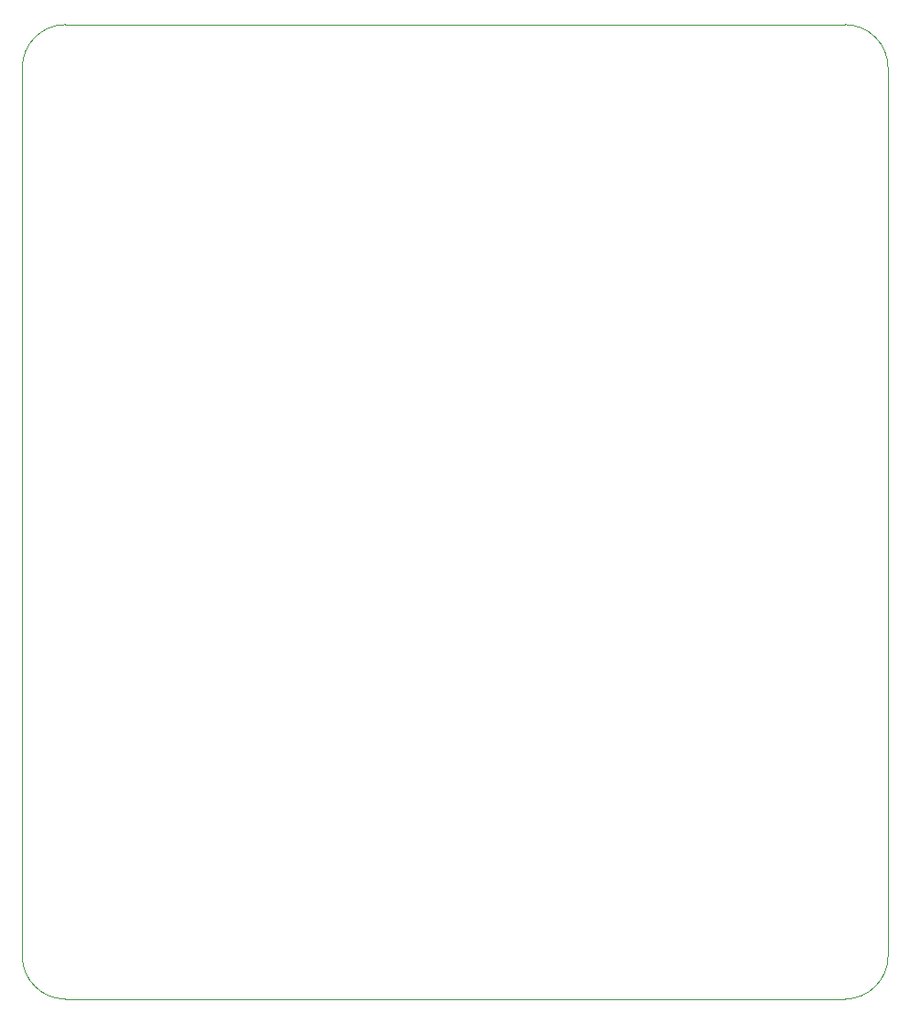
<source format=gbr>
%TF.GenerationSoftware,KiCad,Pcbnew,8.0.2*%
%TF.CreationDate,2025-02-27T03:45:28+05:30*%
%TF.ProjectId,sra_dev_board_2024(CH340C),7372615f-6465-4765-9f62-6f6172645f32,rev?*%
%TF.SameCoordinates,Original*%
%TF.FileFunction,Profile,NP*%
%FSLAX46Y46*%
G04 Gerber Fmt 4.6, Leading zero omitted, Abs format (unit mm)*
G04 Created by KiCad (PCBNEW 8.0.2) date 2025-02-27 03:45:28*
%MOMM*%
%LPD*%
G01*
G04 APERTURE LIST*
%TA.AperFunction,Profile*%
%ADD10C,0.100000*%
%TD*%
G04 APERTURE END LIST*
D10*
X110380000Y-59010000D02*
G75*
G02*
X114380000Y-55010000I4000000J0D01*
G01*
X186380000Y-55010000D02*
G75*
G02*
X190380000Y-59010000I0J-4000000D01*
G01*
X114380000Y-145010000D02*
X186380000Y-145010000D01*
X190380000Y-141010000D02*
G75*
G02*
X186380000Y-145010000I-4000000J0D01*
G01*
X114380000Y-145010000D02*
G75*
G02*
X110380000Y-141010000I0J4000000D01*
G01*
X190380000Y-59010000D02*
X190380000Y-141010000D01*
X114380000Y-55010000D02*
X186380000Y-55010000D01*
X110380000Y-59010000D02*
X110380000Y-141010000D01*
M02*

</source>
